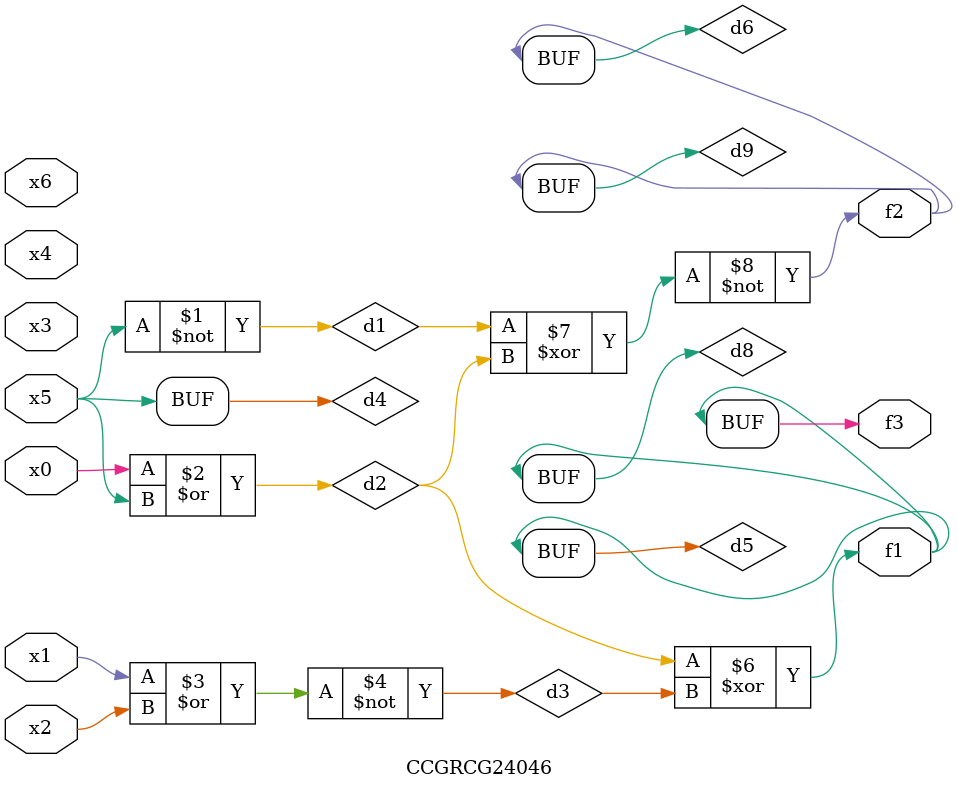
<source format=v>
module CCGRCG24046(
	input x0, x1, x2, x3, x4, x5, x6,
	output f1, f2, f3
);

	wire d1, d2, d3, d4, d5, d6, d7, d8, d9;

	nand (d1, x5);
	or (d2, x0, x5);
	nor (d3, x1, x2);
	xnor (d4, d1);
	xor (d5, d2, d3);
	xnor (d6, d1, d2);
	not (d7, x4);
	buf (d8, d5);
	xor (d9, d6);
	assign f1 = d8;
	assign f2 = d9;
	assign f3 = d8;
endmodule

</source>
